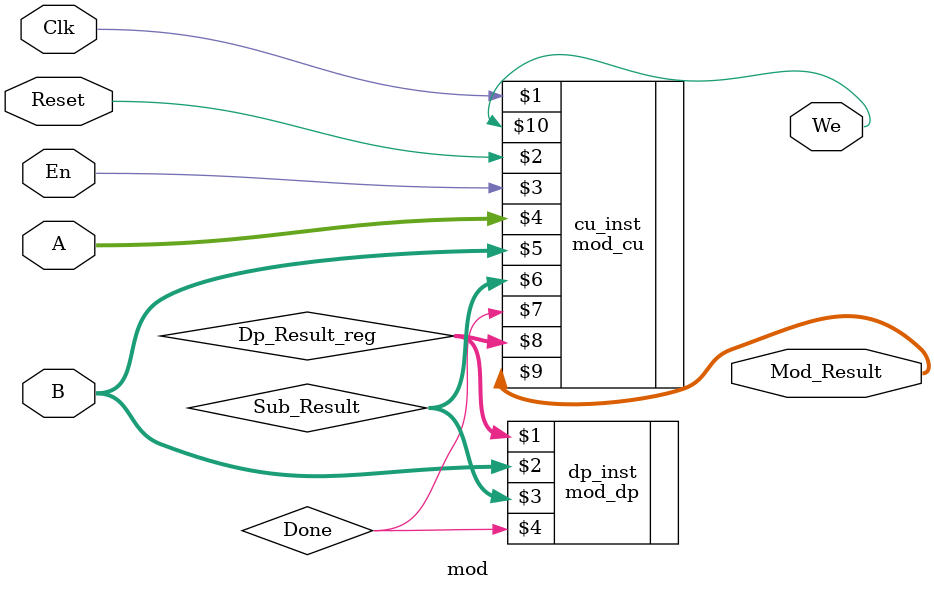
<source format=v>
module mod(input  Clk,
           input  Reset,
           input  En,
           input  [31:0] A,
           input  [31:0] B, // A % B, B operand
           output [31:0] Mod_Result,
           output We);

    wire [31:0] Sub_Result;
    wire [31:0] Dp_Result_reg;

    mod_cu cu_inst(Clk, Reset, En, A, B, Sub_Result, 
                    Done, Dp_Result_reg, Mod_Result, We);
    mod_dp dp_inst(Dp_Result_reg, B, Sub_Result, Done);
    
endmodule
</source>
